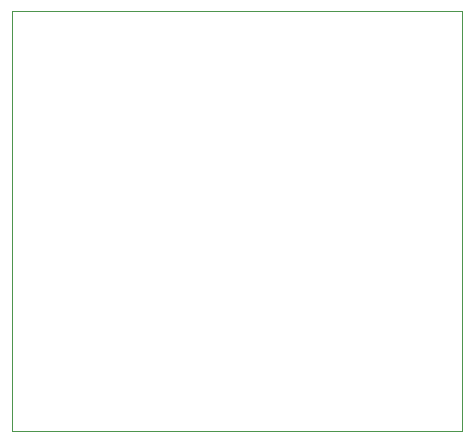
<source format=gm1>
G04 #@! TF.GenerationSoftware,KiCad,Pcbnew,6.0.10-86aedd382b~118~ubuntu18.04.1*
G04 #@! TF.CreationDate,2025-04-04T15:15:07-06:00*
G04 #@! TF.ProjectId,mss-xcade-can,6d73732d-7863-4616-9465-2d63616e2e6b,rev?*
G04 #@! TF.SameCoordinates,Original*
G04 #@! TF.FileFunction,Profile,NP*
%FSLAX46Y46*%
G04 Gerber Fmt 4.6, Leading zero omitted, Abs format (unit mm)*
G04 Created by KiCad (PCBNEW 6.0.10-86aedd382b~118~ubuntu18.04.1) date 2025-04-04 15:15:07*
%MOMM*%
%LPD*%
G01*
G04 APERTURE LIST*
G04 #@! TA.AperFunction,Profile*
%ADD10C,0.100000*%
G04 #@! TD*
G04 APERTURE END LIST*
D10*
X76200000Y-114300000D02*
X114300000Y-114300000D01*
X114300000Y-114300000D02*
X114300000Y-149860000D01*
X114300000Y-149860000D02*
X76200000Y-149860000D01*
X76200000Y-149860000D02*
X76200000Y-114300000D01*
M02*

</source>
